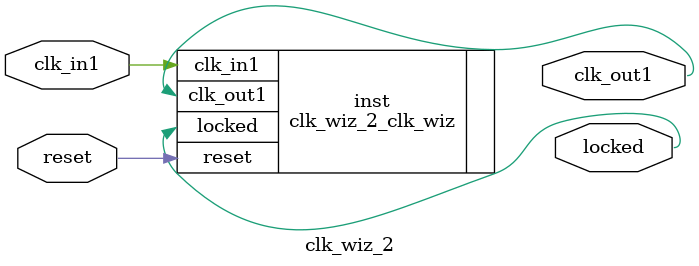
<source format=v>


`timescale 1ps/1ps

(* CORE_GENERATION_INFO = "clk_wiz_2,clk_wiz_v6_0_13_0_0,{component_name=clk_wiz_2,use_phase_alignment=true,use_min_o_jitter=false,use_max_i_jitter=false,use_dyn_phase_shift=false,use_inclk_switchover=false,use_dyn_reconfig=false,enable_axi=0,feedback_source=FDBK_AUTO,PRIMITIVE=MMCM,num_out_clk=1,clkin1_period=10.000,clkin2_period=10.000,use_power_down=false,use_reset=true,use_locked=true,use_inclk_stopped=false,feedback_type=SINGLE,CLOCK_MGR_TYPE=NA,manual_override=false}" *)

module clk_wiz_2 
 (
  // Clock out ports
  output        clk_out1,
  // Status and control signals
  input         reset,
  output        locked,
 // Clock in ports
  input         clk_in1
 );

  clk_wiz_2_clk_wiz inst
  (
  // Clock out ports  
  .clk_out1(clk_out1),
  // Status and control signals               
  .reset(reset), 
  .locked(locked),
 // Clock in ports
  .clk_in1(clk_in1)
  );

endmodule

</source>
